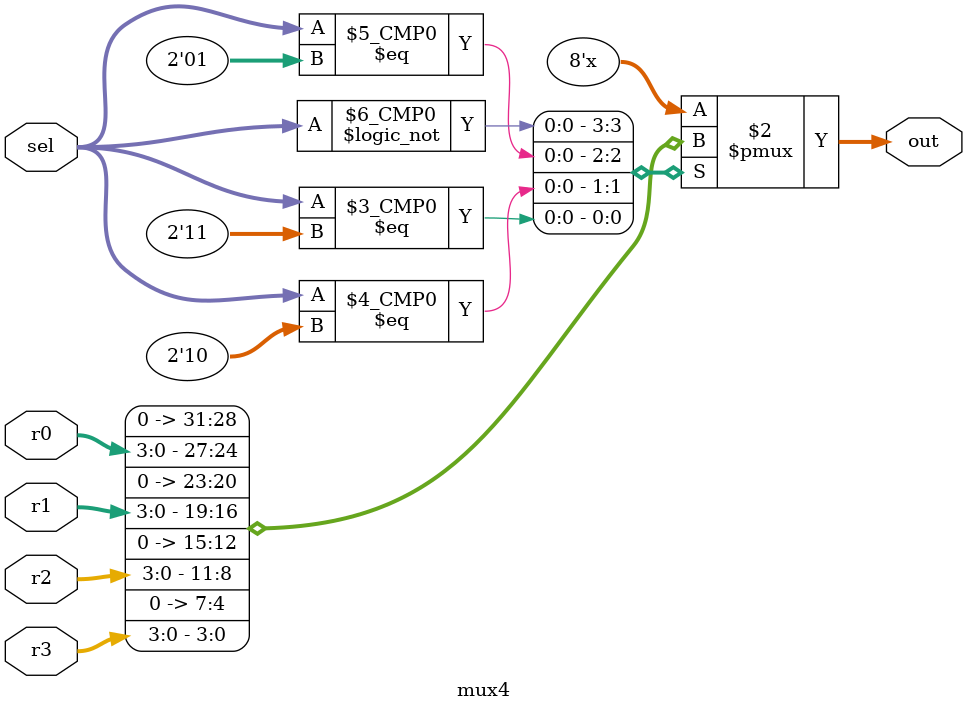
<source format=v>
`timescale 1ns / 1ps


module mux4(
	output reg [7:0] out,
	input wire [1:0] sel,
	input wire [3:0] r0, r1, r2, r3
    );
    	always @(*) begin
		case (sel)
			2'b00 : out = r0;
			2'b01 : out = r1;
			2'b10 : out = r2;
			2'b11 : out = r3;
		endcase
	end
endmodule

</source>
